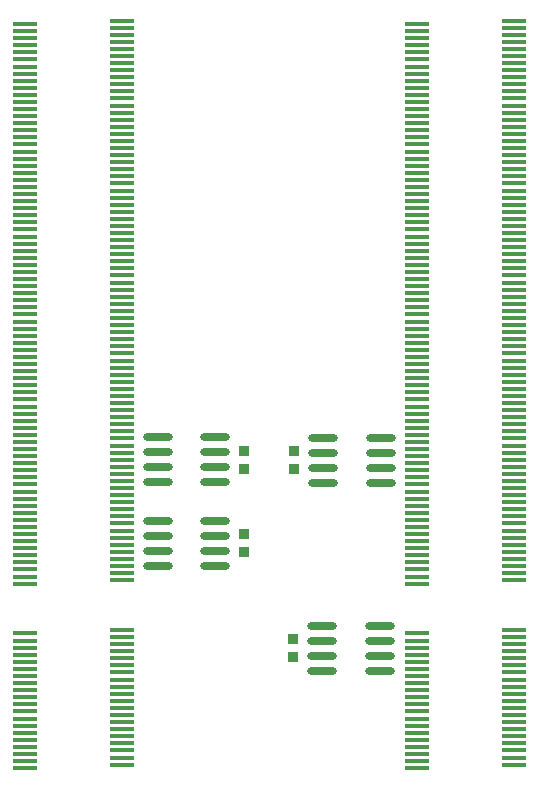
<source format=gbp>
G04 Layer_Color=16770453*
%FSLAX24Y24*%
%MOIN*%
G70*
G01*
G75*
%ADD10R,0.0807X0.0138*%
%ADD12O,0.0984X0.0276*%
%ADD13R,0.0320X0.0350*%
D10*
X28543Y22860D02*
D03*
Y23096D02*
D03*
Y23333D02*
D03*
Y23569D02*
D03*
Y23805D02*
D03*
Y24041D02*
D03*
Y24277D02*
D03*
Y24513D02*
D03*
Y24749D02*
D03*
Y24985D02*
D03*
Y25222D02*
D03*
Y25458D02*
D03*
Y25694D02*
D03*
Y25930D02*
D03*
Y26166D02*
D03*
Y26402D02*
D03*
Y26638D02*
D03*
Y26874D02*
D03*
Y27111D02*
D03*
Y27347D02*
D03*
Y27583D02*
D03*
Y27819D02*
D03*
Y28055D02*
D03*
Y28291D02*
D03*
Y28527D02*
D03*
Y28763D02*
D03*
Y29000D02*
D03*
Y29236D02*
D03*
Y29472D02*
D03*
Y29708D02*
D03*
Y29944D02*
D03*
Y30180D02*
D03*
Y30416D02*
D03*
Y30652D02*
D03*
Y30889D02*
D03*
Y31125D02*
D03*
Y31361D02*
D03*
Y31597D02*
D03*
Y31833D02*
D03*
Y32069D02*
D03*
Y32305D02*
D03*
Y32541D02*
D03*
Y32778D02*
D03*
Y33014D02*
D03*
Y33250D02*
D03*
Y33486D02*
D03*
Y33722D02*
D03*
Y33958D02*
D03*
Y34194D02*
D03*
Y34430D02*
D03*
Y34667D02*
D03*
Y34903D02*
D03*
Y35139D02*
D03*
Y35375D02*
D03*
Y35611D02*
D03*
Y35847D02*
D03*
Y36083D02*
D03*
Y36319D02*
D03*
Y36556D02*
D03*
Y36792D02*
D03*
Y37028D02*
D03*
Y37264D02*
D03*
Y37500D02*
D03*
X31772Y20617D02*
D03*
Y20853D02*
D03*
Y21089D02*
D03*
Y21326D02*
D03*
Y21562D02*
D03*
Y21798D02*
D03*
Y22270D02*
D03*
Y22506D02*
D03*
Y22742D02*
D03*
Y22979D02*
D03*
Y23215D02*
D03*
Y23451D02*
D03*
Y23687D02*
D03*
Y23923D02*
D03*
Y24159D02*
D03*
Y24395D02*
D03*
Y24631D02*
D03*
Y24868D02*
D03*
Y25104D02*
D03*
Y25340D02*
D03*
Y25576D02*
D03*
Y25812D02*
D03*
Y26048D02*
D03*
Y26284D02*
D03*
Y26520D02*
D03*
Y26757D02*
D03*
Y26993D02*
D03*
Y27229D02*
D03*
Y27465D02*
D03*
Y27701D02*
D03*
Y27937D02*
D03*
Y28173D02*
D03*
Y28409D02*
D03*
Y28646D02*
D03*
Y28882D02*
D03*
Y29118D02*
D03*
Y29354D02*
D03*
Y29590D02*
D03*
Y30061D02*
D03*
Y30298D02*
D03*
Y30534D02*
D03*
Y30770D02*
D03*
Y31006D02*
D03*
Y31242D02*
D03*
Y31478D02*
D03*
Y31714D02*
D03*
Y31950D02*
D03*
Y32187D02*
D03*
Y32423D02*
D03*
Y32659D02*
D03*
Y32895D02*
D03*
Y33131D02*
D03*
Y33367D02*
D03*
Y33603D02*
D03*
Y33839D02*
D03*
Y34076D02*
D03*
Y34312D02*
D03*
Y34548D02*
D03*
Y34784D02*
D03*
Y35020D02*
D03*
Y35256D02*
D03*
Y35492D02*
D03*
Y35728D02*
D03*
Y35965D02*
D03*
Y36201D02*
D03*
Y36437D02*
D03*
Y36673D02*
D03*
Y36909D02*
D03*
Y37145D02*
D03*
Y37381D02*
D03*
Y37617D02*
D03*
Y22034D02*
D03*
Y29826D02*
D03*
X28543Y20735D02*
D03*
Y20971D02*
D03*
Y21208D02*
D03*
Y21444D02*
D03*
Y21680D02*
D03*
Y21916D02*
D03*
Y22152D02*
D03*
Y22388D02*
D03*
Y22624D02*
D03*
X31772Y20381D02*
D03*
X28543Y20499D02*
D03*
Y20263D02*
D03*
X31772Y20145D02*
D03*
Y19909D02*
D03*
Y19673D02*
D03*
Y19437D02*
D03*
Y19201D02*
D03*
Y18964D02*
D03*
X28543Y20027D02*
D03*
Y19791D02*
D03*
Y19555D02*
D03*
Y19319D02*
D03*
Y19082D02*
D03*
Y18846D02*
D03*
X31772Y17303D02*
D03*
Y17067D02*
D03*
Y16831D02*
D03*
Y16594D02*
D03*
Y16358D02*
D03*
X28543Y17185D02*
D03*
Y16949D02*
D03*
Y16713D02*
D03*
Y16476D02*
D03*
Y16240D02*
D03*
Y16004D02*
D03*
Y15768D02*
D03*
Y15532D02*
D03*
X31772Y16122D02*
D03*
Y15886D02*
D03*
Y15650D02*
D03*
Y15413D02*
D03*
X28543Y15295D02*
D03*
X31772Y15177D02*
D03*
Y14941D02*
D03*
Y14705D02*
D03*
Y14468D02*
D03*
Y14232D02*
D03*
Y13996D02*
D03*
Y13760D02*
D03*
X28543Y15059D02*
D03*
Y14823D02*
D03*
Y14350D02*
D03*
Y14114D02*
D03*
Y13878D02*
D03*
Y13642D02*
D03*
Y13406D02*
D03*
Y13169D02*
D03*
Y12933D02*
D03*
Y14587D02*
D03*
X31772Y13524D02*
D03*
Y13287D02*
D03*
Y13051D02*
D03*
Y12815D02*
D03*
X28543Y12697D02*
D03*
X15472Y22860D02*
D03*
Y23096D02*
D03*
Y23333D02*
D03*
Y23569D02*
D03*
Y23805D02*
D03*
Y24041D02*
D03*
Y24277D02*
D03*
Y24513D02*
D03*
Y24749D02*
D03*
Y24985D02*
D03*
Y25222D02*
D03*
Y25458D02*
D03*
Y25694D02*
D03*
Y25930D02*
D03*
Y26166D02*
D03*
Y26402D02*
D03*
Y26638D02*
D03*
Y26874D02*
D03*
Y27111D02*
D03*
Y27347D02*
D03*
Y27583D02*
D03*
Y27819D02*
D03*
Y28055D02*
D03*
Y28291D02*
D03*
Y28527D02*
D03*
Y28763D02*
D03*
Y29000D02*
D03*
Y29236D02*
D03*
Y29472D02*
D03*
Y29708D02*
D03*
Y29944D02*
D03*
Y30180D02*
D03*
Y30416D02*
D03*
Y30652D02*
D03*
Y30889D02*
D03*
Y31125D02*
D03*
Y31361D02*
D03*
Y31597D02*
D03*
Y31833D02*
D03*
Y32069D02*
D03*
Y32305D02*
D03*
Y32541D02*
D03*
Y32778D02*
D03*
Y33014D02*
D03*
Y33250D02*
D03*
Y33486D02*
D03*
Y33722D02*
D03*
Y33958D02*
D03*
Y34194D02*
D03*
Y34430D02*
D03*
Y34667D02*
D03*
Y34903D02*
D03*
Y35139D02*
D03*
Y35375D02*
D03*
Y35611D02*
D03*
Y35847D02*
D03*
Y36083D02*
D03*
Y36319D02*
D03*
Y36556D02*
D03*
Y36792D02*
D03*
Y37028D02*
D03*
Y37264D02*
D03*
Y37500D02*
D03*
X18701Y20617D02*
D03*
Y20853D02*
D03*
Y21089D02*
D03*
Y21326D02*
D03*
Y21562D02*
D03*
Y21798D02*
D03*
Y22270D02*
D03*
Y22506D02*
D03*
Y22742D02*
D03*
Y22979D02*
D03*
Y23215D02*
D03*
Y23451D02*
D03*
Y23687D02*
D03*
Y23923D02*
D03*
Y24159D02*
D03*
Y24395D02*
D03*
Y24631D02*
D03*
Y24868D02*
D03*
Y25104D02*
D03*
Y25340D02*
D03*
Y25576D02*
D03*
Y25812D02*
D03*
Y26048D02*
D03*
Y26284D02*
D03*
Y26520D02*
D03*
Y26757D02*
D03*
Y26993D02*
D03*
Y27229D02*
D03*
Y27465D02*
D03*
Y27701D02*
D03*
Y27937D02*
D03*
Y28173D02*
D03*
Y28409D02*
D03*
Y28646D02*
D03*
Y28882D02*
D03*
Y29118D02*
D03*
Y29354D02*
D03*
Y29590D02*
D03*
Y30061D02*
D03*
Y30298D02*
D03*
Y30534D02*
D03*
Y30770D02*
D03*
Y31006D02*
D03*
Y31242D02*
D03*
Y31478D02*
D03*
Y31714D02*
D03*
Y31950D02*
D03*
Y32187D02*
D03*
Y32423D02*
D03*
Y32659D02*
D03*
Y32895D02*
D03*
Y33131D02*
D03*
Y33367D02*
D03*
Y33603D02*
D03*
Y33839D02*
D03*
Y34076D02*
D03*
Y34312D02*
D03*
Y34548D02*
D03*
Y34784D02*
D03*
Y35020D02*
D03*
Y35256D02*
D03*
Y35492D02*
D03*
Y35728D02*
D03*
Y35965D02*
D03*
Y36201D02*
D03*
Y36437D02*
D03*
Y36673D02*
D03*
Y36909D02*
D03*
Y37145D02*
D03*
Y37381D02*
D03*
Y37617D02*
D03*
Y22034D02*
D03*
Y29826D02*
D03*
X15472Y20735D02*
D03*
Y20971D02*
D03*
Y21208D02*
D03*
Y21444D02*
D03*
Y21680D02*
D03*
Y21916D02*
D03*
Y22152D02*
D03*
Y22388D02*
D03*
Y22624D02*
D03*
X18701Y20381D02*
D03*
X15472Y20499D02*
D03*
Y20263D02*
D03*
X18701Y20145D02*
D03*
Y19909D02*
D03*
Y19673D02*
D03*
Y19437D02*
D03*
Y19201D02*
D03*
Y18964D02*
D03*
X15472Y20027D02*
D03*
Y19791D02*
D03*
Y19555D02*
D03*
Y19319D02*
D03*
Y19082D02*
D03*
Y18846D02*
D03*
X18701Y17303D02*
D03*
Y17067D02*
D03*
Y16831D02*
D03*
Y16594D02*
D03*
Y16358D02*
D03*
X15472Y17185D02*
D03*
Y16949D02*
D03*
Y16713D02*
D03*
Y16476D02*
D03*
Y16240D02*
D03*
Y16004D02*
D03*
Y15768D02*
D03*
Y15532D02*
D03*
X18701Y16122D02*
D03*
Y15886D02*
D03*
Y15650D02*
D03*
Y15413D02*
D03*
X15472Y15295D02*
D03*
X18701Y15177D02*
D03*
Y14941D02*
D03*
Y14705D02*
D03*
Y14468D02*
D03*
Y14232D02*
D03*
Y13996D02*
D03*
Y13760D02*
D03*
X15472Y15059D02*
D03*
Y14823D02*
D03*
Y14350D02*
D03*
Y14114D02*
D03*
Y13878D02*
D03*
Y13642D02*
D03*
Y13406D02*
D03*
Y13169D02*
D03*
Y12933D02*
D03*
Y14587D02*
D03*
X18701Y13524D02*
D03*
Y13287D02*
D03*
Y13051D02*
D03*
Y12815D02*
D03*
X15472Y12697D02*
D03*
D12*
X19892Y19439D02*
D03*
Y19939D02*
D03*
Y20439D02*
D03*
Y20939D02*
D03*
X21821Y19439D02*
D03*
Y19939D02*
D03*
Y20439D02*
D03*
Y20939D02*
D03*
X27342Y23717D02*
D03*
Y23217D02*
D03*
Y22717D02*
D03*
Y22217D02*
D03*
X25413Y23717D02*
D03*
Y23217D02*
D03*
Y22717D02*
D03*
Y22217D02*
D03*
X27303Y17443D02*
D03*
Y16943D02*
D03*
Y16443D02*
D03*
Y15943D02*
D03*
X25374Y17443D02*
D03*
Y16943D02*
D03*
Y16443D02*
D03*
Y15943D02*
D03*
X19894Y22218D02*
D03*
Y22718D02*
D03*
Y23218D02*
D03*
Y23718D02*
D03*
X21823Y22218D02*
D03*
Y22718D02*
D03*
Y23218D02*
D03*
Y23718D02*
D03*
D13*
X24409Y16393D02*
D03*
Y16993D02*
D03*
X22786Y20489D02*
D03*
Y19889D02*
D03*
X22788Y23268D02*
D03*
Y22668D02*
D03*
X24448Y22667D02*
D03*
Y23267D02*
D03*
M02*

</source>
